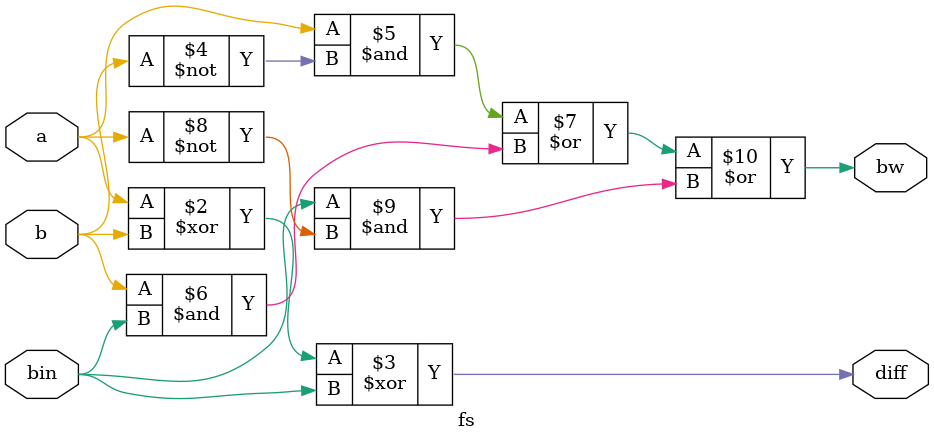
<source format=v>
module fs(input wire a,b,bin,output reg diff,bw);
        always@(a,b,bin) begin
            diff=a^b^bin;
            bw=a&~b | b&bin | bin&~a;
        end
endmodule
</source>
